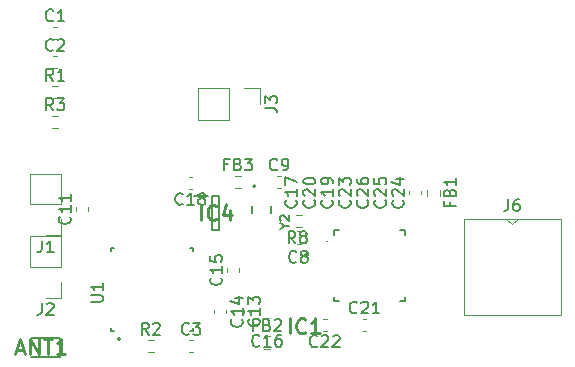
<source format=gbr>
%TF.GenerationSoftware,KiCad,Pcbnew,8.0.6-8.0.6-0~ubuntu24.04.1*%
%TF.CreationDate,2024-10-27T12:08:22+01:00*%
%TF.ProjectId,LoRa,4c6f5261-2e6b-4696-9361-645f70636258,rev?*%
%TF.SameCoordinates,Original*%
%TF.FileFunction,Legend,Top*%
%TF.FilePolarity,Positive*%
%FSLAX46Y46*%
G04 Gerber Fmt 4.6, Leading zero omitted, Abs format (unit mm)*
G04 Created by KiCad (PCBNEW 8.0.6-8.0.6-0~ubuntu24.04.1) date 2024-10-27 12:08:22*
%MOMM*%
%LPD*%
G01*
G04 APERTURE LIST*
%ADD10C,0.150000*%
%ADD11C,0.254000*%
%ADD12C,0.120000*%
%ADD13C,0.200000*%
%ADD14C,0.127000*%
%ADD15C,0.100000*%
%ADD16C,0.250000*%
G04 APERTURE END LIST*
D10*
X115289580Y-82230357D02*
X115337200Y-82277976D01*
X115337200Y-82277976D02*
X115384819Y-82420833D01*
X115384819Y-82420833D02*
X115384819Y-82516071D01*
X115384819Y-82516071D02*
X115337200Y-82658928D01*
X115337200Y-82658928D02*
X115241961Y-82754166D01*
X115241961Y-82754166D02*
X115146723Y-82801785D01*
X115146723Y-82801785D02*
X114956247Y-82849404D01*
X114956247Y-82849404D02*
X114813390Y-82849404D01*
X114813390Y-82849404D02*
X114622914Y-82801785D01*
X114622914Y-82801785D02*
X114527676Y-82754166D01*
X114527676Y-82754166D02*
X114432438Y-82658928D01*
X114432438Y-82658928D02*
X114384819Y-82516071D01*
X114384819Y-82516071D02*
X114384819Y-82420833D01*
X114384819Y-82420833D02*
X114432438Y-82277976D01*
X114432438Y-82277976D02*
X114480057Y-82230357D01*
X115384819Y-81277976D02*
X115384819Y-81849404D01*
X115384819Y-81563690D02*
X114384819Y-81563690D01*
X114384819Y-81563690D02*
X114527676Y-81658928D01*
X114527676Y-81658928D02*
X114622914Y-81754166D01*
X114622914Y-81754166D02*
X114670533Y-81849404D01*
X114718152Y-80420833D02*
X115384819Y-80420833D01*
X114337200Y-80658928D02*
X115051485Y-80897023D01*
X115051485Y-80897023D02*
X115051485Y-80277976D01*
X99333333Y-64524819D02*
X99000000Y-64048628D01*
X98761905Y-64524819D02*
X98761905Y-63524819D01*
X98761905Y-63524819D02*
X99142857Y-63524819D01*
X99142857Y-63524819D02*
X99238095Y-63572438D01*
X99238095Y-63572438D02*
X99285714Y-63620057D01*
X99285714Y-63620057D02*
X99333333Y-63715295D01*
X99333333Y-63715295D02*
X99333333Y-63858152D01*
X99333333Y-63858152D02*
X99285714Y-63953390D01*
X99285714Y-63953390D02*
X99238095Y-64001009D01*
X99238095Y-64001009D02*
X99142857Y-64048628D01*
X99142857Y-64048628D02*
X98761905Y-64048628D01*
X99666667Y-63524819D02*
X100285714Y-63524819D01*
X100285714Y-63524819D02*
X99952381Y-63905771D01*
X99952381Y-63905771D02*
X100095238Y-63905771D01*
X100095238Y-63905771D02*
X100190476Y-63953390D01*
X100190476Y-63953390D02*
X100238095Y-64001009D01*
X100238095Y-64001009D02*
X100285714Y-64096247D01*
X100285714Y-64096247D02*
X100285714Y-64334342D01*
X100285714Y-64334342D02*
X100238095Y-64429580D01*
X100238095Y-64429580D02*
X100190476Y-64477200D01*
X100190476Y-64477200D02*
X100095238Y-64524819D01*
X100095238Y-64524819D02*
X99809524Y-64524819D01*
X99809524Y-64524819D02*
X99714286Y-64477200D01*
X99714286Y-64477200D02*
X99666667Y-64429580D01*
X99333333Y-56899580D02*
X99285714Y-56947200D01*
X99285714Y-56947200D02*
X99142857Y-56994819D01*
X99142857Y-56994819D02*
X99047619Y-56994819D01*
X99047619Y-56994819D02*
X98904762Y-56947200D01*
X98904762Y-56947200D02*
X98809524Y-56851961D01*
X98809524Y-56851961D02*
X98761905Y-56756723D01*
X98761905Y-56756723D02*
X98714286Y-56566247D01*
X98714286Y-56566247D02*
X98714286Y-56423390D01*
X98714286Y-56423390D02*
X98761905Y-56232914D01*
X98761905Y-56232914D02*
X98809524Y-56137676D01*
X98809524Y-56137676D02*
X98904762Y-56042438D01*
X98904762Y-56042438D02*
X99047619Y-55994819D01*
X99047619Y-55994819D02*
X99142857Y-55994819D01*
X99142857Y-55994819D02*
X99285714Y-56042438D01*
X99285714Y-56042438D02*
X99333333Y-56090057D01*
X100285714Y-56994819D02*
X99714286Y-56994819D01*
X100000000Y-56994819D02*
X100000000Y-55994819D01*
X100000000Y-55994819D02*
X99904762Y-56137676D01*
X99904762Y-56137676D02*
X99809524Y-56232914D01*
X99809524Y-56232914D02*
X99714286Y-56280533D01*
X116604166Y-82701009D02*
X116270833Y-82701009D01*
X116270833Y-83224819D02*
X116270833Y-82224819D01*
X116270833Y-82224819D02*
X116747023Y-82224819D01*
X117461309Y-82701009D02*
X117604166Y-82748628D01*
X117604166Y-82748628D02*
X117651785Y-82796247D01*
X117651785Y-82796247D02*
X117699404Y-82891485D01*
X117699404Y-82891485D02*
X117699404Y-83034342D01*
X117699404Y-83034342D02*
X117651785Y-83129580D01*
X117651785Y-83129580D02*
X117604166Y-83177200D01*
X117604166Y-83177200D02*
X117508928Y-83224819D01*
X117508928Y-83224819D02*
X117127976Y-83224819D01*
X117127976Y-83224819D02*
X117127976Y-82224819D01*
X117127976Y-82224819D02*
X117461309Y-82224819D01*
X117461309Y-82224819D02*
X117556547Y-82272438D01*
X117556547Y-82272438D02*
X117604166Y-82320057D01*
X117604166Y-82320057D02*
X117651785Y-82415295D01*
X117651785Y-82415295D02*
X117651785Y-82510533D01*
X117651785Y-82510533D02*
X117604166Y-82605771D01*
X117604166Y-82605771D02*
X117556547Y-82653390D01*
X117556547Y-82653390D02*
X117461309Y-82701009D01*
X117461309Y-82701009D02*
X117127976Y-82701009D01*
X118080357Y-82320057D02*
X118127976Y-82272438D01*
X118127976Y-82272438D02*
X118223214Y-82224819D01*
X118223214Y-82224819D02*
X118461309Y-82224819D01*
X118461309Y-82224819D02*
X118556547Y-82272438D01*
X118556547Y-82272438D02*
X118604166Y-82320057D01*
X118604166Y-82320057D02*
X118651785Y-82415295D01*
X118651785Y-82415295D02*
X118651785Y-82510533D01*
X118651785Y-82510533D02*
X118604166Y-82653390D01*
X118604166Y-82653390D02*
X118032738Y-83224819D01*
X118032738Y-83224819D02*
X118651785Y-83224819D01*
X121694642Y-84489580D02*
X121647023Y-84537200D01*
X121647023Y-84537200D02*
X121504166Y-84584819D01*
X121504166Y-84584819D02*
X121408928Y-84584819D01*
X121408928Y-84584819D02*
X121266071Y-84537200D01*
X121266071Y-84537200D02*
X121170833Y-84441961D01*
X121170833Y-84441961D02*
X121123214Y-84346723D01*
X121123214Y-84346723D02*
X121075595Y-84156247D01*
X121075595Y-84156247D02*
X121075595Y-84013390D01*
X121075595Y-84013390D02*
X121123214Y-83822914D01*
X121123214Y-83822914D02*
X121170833Y-83727676D01*
X121170833Y-83727676D02*
X121266071Y-83632438D01*
X121266071Y-83632438D02*
X121408928Y-83584819D01*
X121408928Y-83584819D02*
X121504166Y-83584819D01*
X121504166Y-83584819D02*
X121647023Y-83632438D01*
X121647023Y-83632438D02*
X121694642Y-83680057D01*
X122075595Y-83680057D02*
X122123214Y-83632438D01*
X122123214Y-83632438D02*
X122218452Y-83584819D01*
X122218452Y-83584819D02*
X122456547Y-83584819D01*
X122456547Y-83584819D02*
X122551785Y-83632438D01*
X122551785Y-83632438D02*
X122599404Y-83680057D01*
X122599404Y-83680057D02*
X122647023Y-83775295D01*
X122647023Y-83775295D02*
X122647023Y-83870533D01*
X122647023Y-83870533D02*
X122599404Y-84013390D01*
X122599404Y-84013390D02*
X122027976Y-84584819D01*
X122027976Y-84584819D02*
X122647023Y-84584819D01*
X123027976Y-83680057D02*
X123075595Y-83632438D01*
X123075595Y-83632438D02*
X123170833Y-83584819D01*
X123170833Y-83584819D02*
X123408928Y-83584819D01*
X123408928Y-83584819D02*
X123504166Y-83632438D01*
X123504166Y-83632438D02*
X123551785Y-83680057D01*
X123551785Y-83680057D02*
X123599404Y-83775295D01*
X123599404Y-83775295D02*
X123599404Y-83870533D01*
X123599404Y-83870533D02*
X123551785Y-84013390D01*
X123551785Y-84013390D02*
X122980357Y-84584819D01*
X122980357Y-84584819D02*
X123599404Y-84584819D01*
X113529580Y-78692857D02*
X113577200Y-78740476D01*
X113577200Y-78740476D02*
X113624819Y-78883333D01*
X113624819Y-78883333D02*
X113624819Y-78978571D01*
X113624819Y-78978571D02*
X113577200Y-79121428D01*
X113577200Y-79121428D02*
X113481961Y-79216666D01*
X113481961Y-79216666D02*
X113386723Y-79264285D01*
X113386723Y-79264285D02*
X113196247Y-79311904D01*
X113196247Y-79311904D02*
X113053390Y-79311904D01*
X113053390Y-79311904D02*
X112862914Y-79264285D01*
X112862914Y-79264285D02*
X112767676Y-79216666D01*
X112767676Y-79216666D02*
X112672438Y-79121428D01*
X112672438Y-79121428D02*
X112624819Y-78978571D01*
X112624819Y-78978571D02*
X112624819Y-78883333D01*
X112624819Y-78883333D02*
X112672438Y-78740476D01*
X112672438Y-78740476D02*
X112720057Y-78692857D01*
X113624819Y-77740476D02*
X113624819Y-78311904D01*
X113624819Y-78026190D02*
X112624819Y-78026190D01*
X112624819Y-78026190D02*
X112767676Y-78121428D01*
X112767676Y-78121428D02*
X112862914Y-78216666D01*
X112862914Y-78216666D02*
X112910533Y-78311904D01*
X112624819Y-76835714D02*
X112624819Y-77311904D01*
X112624819Y-77311904D02*
X113101009Y-77359523D01*
X113101009Y-77359523D02*
X113053390Y-77311904D01*
X113053390Y-77311904D02*
X113005771Y-77216666D01*
X113005771Y-77216666D02*
X113005771Y-76978571D01*
X113005771Y-76978571D02*
X113053390Y-76883333D01*
X113053390Y-76883333D02*
X113101009Y-76835714D01*
X113101009Y-76835714D02*
X113196247Y-76788095D01*
X113196247Y-76788095D02*
X113434342Y-76788095D01*
X113434342Y-76788095D02*
X113529580Y-76835714D01*
X113529580Y-76835714D02*
X113577200Y-76883333D01*
X113577200Y-76883333D02*
X113624819Y-76978571D01*
X113624819Y-76978571D02*
X113624819Y-77216666D01*
X113624819Y-77216666D02*
X113577200Y-77311904D01*
X113577200Y-77311904D02*
X113529580Y-77359523D01*
X116739580Y-82205357D02*
X116787200Y-82252976D01*
X116787200Y-82252976D02*
X116834819Y-82395833D01*
X116834819Y-82395833D02*
X116834819Y-82491071D01*
X116834819Y-82491071D02*
X116787200Y-82633928D01*
X116787200Y-82633928D02*
X116691961Y-82729166D01*
X116691961Y-82729166D02*
X116596723Y-82776785D01*
X116596723Y-82776785D02*
X116406247Y-82824404D01*
X116406247Y-82824404D02*
X116263390Y-82824404D01*
X116263390Y-82824404D02*
X116072914Y-82776785D01*
X116072914Y-82776785D02*
X115977676Y-82729166D01*
X115977676Y-82729166D02*
X115882438Y-82633928D01*
X115882438Y-82633928D02*
X115834819Y-82491071D01*
X115834819Y-82491071D02*
X115834819Y-82395833D01*
X115834819Y-82395833D02*
X115882438Y-82252976D01*
X115882438Y-82252976D02*
X115930057Y-82205357D01*
X116834819Y-81252976D02*
X116834819Y-81824404D01*
X116834819Y-81538690D02*
X115834819Y-81538690D01*
X115834819Y-81538690D02*
X115977676Y-81633928D01*
X115977676Y-81633928D02*
X116072914Y-81729166D01*
X116072914Y-81729166D02*
X116120533Y-81824404D01*
X115834819Y-80919642D02*
X115834819Y-80300595D01*
X115834819Y-80300595D02*
X116215771Y-80633928D01*
X116215771Y-80633928D02*
X116215771Y-80491071D01*
X116215771Y-80491071D02*
X116263390Y-80395833D01*
X116263390Y-80395833D02*
X116311009Y-80348214D01*
X116311009Y-80348214D02*
X116406247Y-80300595D01*
X116406247Y-80300595D02*
X116644342Y-80300595D01*
X116644342Y-80300595D02*
X116739580Y-80348214D01*
X116739580Y-80348214D02*
X116787200Y-80395833D01*
X116787200Y-80395833D02*
X116834819Y-80491071D01*
X116834819Y-80491071D02*
X116834819Y-80776785D01*
X116834819Y-80776785D02*
X116787200Y-80872023D01*
X116787200Y-80872023D02*
X116739580Y-80919642D01*
X118308333Y-69529580D02*
X118260714Y-69577200D01*
X118260714Y-69577200D02*
X118117857Y-69624819D01*
X118117857Y-69624819D02*
X118022619Y-69624819D01*
X118022619Y-69624819D02*
X117879762Y-69577200D01*
X117879762Y-69577200D02*
X117784524Y-69481961D01*
X117784524Y-69481961D02*
X117736905Y-69386723D01*
X117736905Y-69386723D02*
X117689286Y-69196247D01*
X117689286Y-69196247D02*
X117689286Y-69053390D01*
X117689286Y-69053390D02*
X117736905Y-68862914D01*
X117736905Y-68862914D02*
X117784524Y-68767676D01*
X117784524Y-68767676D02*
X117879762Y-68672438D01*
X117879762Y-68672438D02*
X118022619Y-68624819D01*
X118022619Y-68624819D02*
X118117857Y-68624819D01*
X118117857Y-68624819D02*
X118260714Y-68672438D01*
X118260714Y-68672438D02*
X118308333Y-68720057D01*
X118784524Y-69624819D02*
X118975000Y-69624819D01*
X118975000Y-69624819D02*
X119070238Y-69577200D01*
X119070238Y-69577200D02*
X119117857Y-69529580D01*
X119117857Y-69529580D02*
X119213095Y-69386723D01*
X119213095Y-69386723D02*
X119260714Y-69196247D01*
X119260714Y-69196247D02*
X119260714Y-68815295D01*
X119260714Y-68815295D02*
X119213095Y-68720057D01*
X119213095Y-68720057D02*
X119165476Y-68672438D01*
X119165476Y-68672438D02*
X119070238Y-68624819D01*
X119070238Y-68624819D02*
X118879762Y-68624819D01*
X118879762Y-68624819D02*
X118784524Y-68672438D01*
X118784524Y-68672438D02*
X118736905Y-68720057D01*
X118736905Y-68720057D02*
X118689286Y-68815295D01*
X118689286Y-68815295D02*
X118689286Y-69053390D01*
X118689286Y-69053390D02*
X118736905Y-69148628D01*
X118736905Y-69148628D02*
X118784524Y-69196247D01*
X118784524Y-69196247D02*
X118879762Y-69243866D01*
X118879762Y-69243866D02*
X119070238Y-69243866D01*
X119070238Y-69243866D02*
X119165476Y-69196247D01*
X119165476Y-69196247D02*
X119213095Y-69148628D01*
X119213095Y-69148628D02*
X119260714Y-69053390D01*
X98366666Y-75559819D02*
X98366666Y-76274104D01*
X98366666Y-76274104D02*
X98319047Y-76416961D01*
X98319047Y-76416961D02*
X98223809Y-76512200D01*
X98223809Y-76512200D02*
X98080952Y-76559819D01*
X98080952Y-76559819D02*
X97985714Y-76559819D01*
X99366666Y-76559819D02*
X98795238Y-76559819D01*
X99080952Y-76559819D02*
X99080952Y-75559819D01*
X99080952Y-75559819D02*
X98985714Y-75702676D01*
X98985714Y-75702676D02*
X98890476Y-75797914D01*
X98890476Y-75797914D02*
X98795238Y-75845533D01*
X100729580Y-73542857D02*
X100777200Y-73590476D01*
X100777200Y-73590476D02*
X100824819Y-73733333D01*
X100824819Y-73733333D02*
X100824819Y-73828571D01*
X100824819Y-73828571D02*
X100777200Y-73971428D01*
X100777200Y-73971428D02*
X100681961Y-74066666D01*
X100681961Y-74066666D02*
X100586723Y-74114285D01*
X100586723Y-74114285D02*
X100396247Y-74161904D01*
X100396247Y-74161904D02*
X100253390Y-74161904D01*
X100253390Y-74161904D02*
X100062914Y-74114285D01*
X100062914Y-74114285D02*
X99967676Y-74066666D01*
X99967676Y-74066666D02*
X99872438Y-73971428D01*
X99872438Y-73971428D02*
X99824819Y-73828571D01*
X99824819Y-73828571D02*
X99824819Y-73733333D01*
X99824819Y-73733333D02*
X99872438Y-73590476D01*
X99872438Y-73590476D02*
X99920057Y-73542857D01*
X100824819Y-72590476D02*
X100824819Y-73161904D01*
X100824819Y-72876190D02*
X99824819Y-72876190D01*
X99824819Y-72876190D02*
X99967676Y-72971428D01*
X99967676Y-72971428D02*
X100062914Y-73066666D01*
X100062914Y-73066666D02*
X100110533Y-73161904D01*
X100824819Y-71638095D02*
X100824819Y-72209523D01*
X100824819Y-71923809D02*
X99824819Y-71923809D01*
X99824819Y-71923809D02*
X99967676Y-72019047D01*
X99967676Y-72019047D02*
X100062914Y-72114285D01*
X100062914Y-72114285D02*
X100110533Y-72209523D01*
X119845833Y-75784819D02*
X119512500Y-75308628D01*
X119274405Y-75784819D02*
X119274405Y-74784819D01*
X119274405Y-74784819D02*
X119655357Y-74784819D01*
X119655357Y-74784819D02*
X119750595Y-74832438D01*
X119750595Y-74832438D02*
X119798214Y-74880057D01*
X119798214Y-74880057D02*
X119845833Y-74975295D01*
X119845833Y-74975295D02*
X119845833Y-75118152D01*
X119845833Y-75118152D02*
X119798214Y-75213390D01*
X119798214Y-75213390D02*
X119750595Y-75261009D01*
X119750595Y-75261009D02*
X119655357Y-75308628D01*
X119655357Y-75308628D02*
X119274405Y-75308628D01*
X120417262Y-75213390D02*
X120322024Y-75165771D01*
X120322024Y-75165771D02*
X120274405Y-75118152D01*
X120274405Y-75118152D02*
X120226786Y-75022914D01*
X120226786Y-75022914D02*
X120226786Y-74975295D01*
X120226786Y-74975295D02*
X120274405Y-74880057D01*
X120274405Y-74880057D02*
X120322024Y-74832438D01*
X120322024Y-74832438D02*
X120417262Y-74784819D01*
X120417262Y-74784819D02*
X120607738Y-74784819D01*
X120607738Y-74784819D02*
X120702976Y-74832438D01*
X120702976Y-74832438D02*
X120750595Y-74880057D01*
X120750595Y-74880057D02*
X120798214Y-74975295D01*
X120798214Y-74975295D02*
X120798214Y-75022914D01*
X120798214Y-75022914D02*
X120750595Y-75118152D01*
X120750595Y-75118152D02*
X120702976Y-75165771D01*
X120702976Y-75165771D02*
X120607738Y-75213390D01*
X120607738Y-75213390D02*
X120417262Y-75213390D01*
X120417262Y-75213390D02*
X120322024Y-75261009D01*
X120322024Y-75261009D02*
X120274405Y-75308628D01*
X120274405Y-75308628D02*
X120226786Y-75403866D01*
X120226786Y-75403866D02*
X120226786Y-75594342D01*
X120226786Y-75594342D02*
X120274405Y-75689580D01*
X120274405Y-75689580D02*
X120322024Y-75737200D01*
X120322024Y-75737200D02*
X120417262Y-75784819D01*
X120417262Y-75784819D02*
X120607738Y-75784819D01*
X120607738Y-75784819D02*
X120702976Y-75737200D01*
X120702976Y-75737200D02*
X120750595Y-75689580D01*
X120750595Y-75689580D02*
X120798214Y-75594342D01*
X120798214Y-75594342D02*
X120798214Y-75403866D01*
X120798214Y-75403866D02*
X120750595Y-75308628D01*
X120750595Y-75308628D02*
X120702976Y-75261009D01*
X120702976Y-75261009D02*
X120607738Y-75213390D01*
D11*
X111860237Y-73824318D02*
X111860237Y-72554318D01*
X113190714Y-73703365D02*
X113130238Y-73763842D01*
X113130238Y-73763842D02*
X112948809Y-73824318D01*
X112948809Y-73824318D02*
X112827857Y-73824318D01*
X112827857Y-73824318D02*
X112646428Y-73763842D01*
X112646428Y-73763842D02*
X112525476Y-73642889D01*
X112525476Y-73642889D02*
X112464999Y-73521937D01*
X112464999Y-73521937D02*
X112404523Y-73280032D01*
X112404523Y-73280032D02*
X112404523Y-73098603D01*
X112404523Y-73098603D02*
X112464999Y-72856699D01*
X112464999Y-72856699D02*
X112525476Y-72735746D01*
X112525476Y-72735746D02*
X112646428Y-72614794D01*
X112646428Y-72614794D02*
X112827857Y-72554318D01*
X112827857Y-72554318D02*
X112948809Y-72554318D01*
X112948809Y-72554318D02*
X113130238Y-72614794D01*
X113130238Y-72614794D02*
X113190714Y-72675270D01*
X114279285Y-72977651D02*
X114279285Y-73824318D01*
X113976904Y-72493842D02*
X113674523Y-73400984D01*
X113674523Y-73400984D02*
X114460714Y-73400984D01*
D10*
X117284819Y-64333333D02*
X117999104Y-64333333D01*
X117999104Y-64333333D02*
X118141961Y-64380952D01*
X118141961Y-64380952D02*
X118237200Y-64476190D01*
X118237200Y-64476190D02*
X118284819Y-64619047D01*
X118284819Y-64619047D02*
X118284819Y-64714285D01*
X117284819Y-63952380D02*
X117284819Y-63333333D01*
X117284819Y-63333333D02*
X117665771Y-63666666D01*
X117665771Y-63666666D02*
X117665771Y-63523809D01*
X117665771Y-63523809D02*
X117713390Y-63428571D01*
X117713390Y-63428571D02*
X117761009Y-63380952D01*
X117761009Y-63380952D02*
X117856247Y-63333333D01*
X117856247Y-63333333D02*
X118094342Y-63333333D01*
X118094342Y-63333333D02*
X118189580Y-63380952D01*
X118189580Y-63380952D02*
X118237200Y-63428571D01*
X118237200Y-63428571D02*
X118284819Y-63523809D01*
X118284819Y-63523809D02*
X118284819Y-63809523D01*
X118284819Y-63809523D02*
X118237200Y-63904761D01*
X118237200Y-63904761D02*
X118189580Y-63952380D01*
X125929580Y-72142857D02*
X125977200Y-72190476D01*
X125977200Y-72190476D02*
X126024819Y-72333333D01*
X126024819Y-72333333D02*
X126024819Y-72428571D01*
X126024819Y-72428571D02*
X125977200Y-72571428D01*
X125977200Y-72571428D02*
X125881961Y-72666666D01*
X125881961Y-72666666D02*
X125786723Y-72714285D01*
X125786723Y-72714285D02*
X125596247Y-72761904D01*
X125596247Y-72761904D02*
X125453390Y-72761904D01*
X125453390Y-72761904D02*
X125262914Y-72714285D01*
X125262914Y-72714285D02*
X125167676Y-72666666D01*
X125167676Y-72666666D02*
X125072438Y-72571428D01*
X125072438Y-72571428D02*
X125024819Y-72428571D01*
X125024819Y-72428571D02*
X125024819Y-72333333D01*
X125024819Y-72333333D02*
X125072438Y-72190476D01*
X125072438Y-72190476D02*
X125120057Y-72142857D01*
X125120057Y-71761904D02*
X125072438Y-71714285D01*
X125072438Y-71714285D02*
X125024819Y-71619047D01*
X125024819Y-71619047D02*
X125024819Y-71380952D01*
X125024819Y-71380952D02*
X125072438Y-71285714D01*
X125072438Y-71285714D02*
X125120057Y-71238095D01*
X125120057Y-71238095D02*
X125215295Y-71190476D01*
X125215295Y-71190476D02*
X125310533Y-71190476D01*
X125310533Y-71190476D02*
X125453390Y-71238095D01*
X125453390Y-71238095D02*
X126024819Y-71809523D01*
X126024819Y-71809523D02*
X126024819Y-71190476D01*
X125024819Y-70333333D02*
X125024819Y-70523809D01*
X125024819Y-70523809D02*
X125072438Y-70619047D01*
X125072438Y-70619047D02*
X125120057Y-70666666D01*
X125120057Y-70666666D02*
X125262914Y-70761904D01*
X125262914Y-70761904D02*
X125453390Y-70809523D01*
X125453390Y-70809523D02*
X125834342Y-70809523D01*
X125834342Y-70809523D02*
X125929580Y-70761904D01*
X125929580Y-70761904D02*
X125977200Y-70714285D01*
X125977200Y-70714285D02*
X126024819Y-70619047D01*
X126024819Y-70619047D02*
X126024819Y-70428571D01*
X126024819Y-70428571D02*
X125977200Y-70333333D01*
X125977200Y-70333333D02*
X125929580Y-70285714D01*
X125929580Y-70285714D02*
X125834342Y-70238095D01*
X125834342Y-70238095D02*
X125596247Y-70238095D01*
X125596247Y-70238095D02*
X125501009Y-70285714D01*
X125501009Y-70285714D02*
X125453390Y-70333333D01*
X125453390Y-70333333D02*
X125405771Y-70428571D01*
X125405771Y-70428571D02*
X125405771Y-70619047D01*
X125405771Y-70619047D02*
X125453390Y-70714285D01*
X125453390Y-70714285D02*
X125501009Y-70761904D01*
X125501009Y-70761904D02*
X125596247Y-70809523D01*
D11*
X96243809Y-84811461D02*
X96848571Y-84811461D01*
X96122857Y-85174318D02*
X96546190Y-83904318D01*
X96546190Y-83904318D02*
X96969524Y-85174318D01*
X97392856Y-85174318D02*
X97392856Y-83904318D01*
X97392856Y-83904318D02*
X98118571Y-85174318D01*
X98118571Y-85174318D02*
X98118571Y-83904318D01*
X98541904Y-83904318D02*
X99267618Y-83904318D01*
X98904761Y-85174318D02*
X98904761Y-83904318D01*
X100356190Y-85174318D02*
X99630475Y-85174318D01*
X99993332Y-85174318D02*
X99993332Y-83904318D01*
X99993332Y-83904318D02*
X99872380Y-84085746D01*
X99872380Y-84085746D02*
X99751428Y-84206699D01*
X99751428Y-84206699D02*
X99630475Y-84267175D01*
D10*
X118956514Y-74349953D02*
X119331467Y-74349953D01*
X118544065Y-74612420D02*
X118956514Y-74349953D01*
X118956514Y-74349953D02*
X118544065Y-74087485D01*
X118619056Y-73862513D02*
X118581560Y-73825018D01*
X118581560Y-73825018D02*
X118544065Y-73750027D01*
X118544065Y-73750027D02*
X118544065Y-73562551D01*
X118544065Y-73562551D02*
X118581560Y-73487560D01*
X118581560Y-73487560D02*
X118619056Y-73450065D01*
X118619056Y-73450065D02*
X118694046Y-73412569D01*
X118694046Y-73412569D02*
X118769037Y-73412569D01*
X118769037Y-73412569D02*
X118881523Y-73450065D01*
X118881523Y-73450065D02*
X119331467Y-73900009D01*
X119331467Y-73900009D02*
X119331467Y-73412569D01*
X114141666Y-69101009D02*
X113808333Y-69101009D01*
X113808333Y-69624819D02*
X113808333Y-68624819D01*
X113808333Y-68624819D02*
X114284523Y-68624819D01*
X114998809Y-69101009D02*
X115141666Y-69148628D01*
X115141666Y-69148628D02*
X115189285Y-69196247D01*
X115189285Y-69196247D02*
X115236904Y-69291485D01*
X115236904Y-69291485D02*
X115236904Y-69434342D01*
X115236904Y-69434342D02*
X115189285Y-69529580D01*
X115189285Y-69529580D02*
X115141666Y-69577200D01*
X115141666Y-69577200D02*
X115046428Y-69624819D01*
X115046428Y-69624819D02*
X114665476Y-69624819D01*
X114665476Y-69624819D02*
X114665476Y-68624819D01*
X114665476Y-68624819D02*
X114998809Y-68624819D01*
X114998809Y-68624819D02*
X115094047Y-68672438D01*
X115094047Y-68672438D02*
X115141666Y-68720057D01*
X115141666Y-68720057D02*
X115189285Y-68815295D01*
X115189285Y-68815295D02*
X115189285Y-68910533D01*
X115189285Y-68910533D02*
X115141666Y-69005771D01*
X115141666Y-69005771D02*
X115094047Y-69053390D01*
X115094047Y-69053390D02*
X114998809Y-69101009D01*
X114998809Y-69101009D02*
X114665476Y-69101009D01*
X115570238Y-68624819D02*
X116189285Y-68624819D01*
X116189285Y-68624819D02*
X115855952Y-69005771D01*
X115855952Y-69005771D02*
X115998809Y-69005771D01*
X115998809Y-69005771D02*
X116094047Y-69053390D01*
X116094047Y-69053390D02*
X116141666Y-69101009D01*
X116141666Y-69101009D02*
X116189285Y-69196247D01*
X116189285Y-69196247D02*
X116189285Y-69434342D01*
X116189285Y-69434342D02*
X116141666Y-69529580D01*
X116141666Y-69529580D02*
X116094047Y-69577200D01*
X116094047Y-69577200D02*
X115998809Y-69624819D01*
X115998809Y-69624819D02*
X115713095Y-69624819D01*
X115713095Y-69624819D02*
X115617857Y-69577200D01*
X115617857Y-69577200D02*
X115570238Y-69529580D01*
X98366666Y-80859819D02*
X98366666Y-81574104D01*
X98366666Y-81574104D02*
X98319047Y-81716961D01*
X98319047Y-81716961D02*
X98223809Y-81812200D01*
X98223809Y-81812200D02*
X98080952Y-81859819D01*
X98080952Y-81859819D02*
X97985714Y-81859819D01*
X98795238Y-80955057D02*
X98842857Y-80907438D01*
X98842857Y-80907438D02*
X98938095Y-80859819D01*
X98938095Y-80859819D02*
X99176190Y-80859819D01*
X99176190Y-80859819D02*
X99271428Y-80907438D01*
X99271428Y-80907438D02*
X99319047Y-80955057D01*
X99319047Y-80955057D02*
X99366666Y-81050295D01*
X99366666Y-81050295D02*
X99366666Y-81145533D01*
X99366666Y-81145533D02*
X99319047Y-81288390D01*
X99319047Y-81288390D02*
X98747619Y-81859819D01*
X98747619Y-81859819D02*
X99366666Y-81859819D01*
X110307142Y-72439580D02*
X110259523Y-72487200D01*
X110259523Y-72487200D02*
X110116666Y-72534819D01*
X110116666Y-72534819D02*
X110021428Y-72534819D01*
X110021428Y-72534819D02*
X109878571Y-72487200D01*
X109878571Y-72487200D02*
X109783333Y-72391961D01*
X109783333Y-72391961D02*
X109735714Y-72296723D01*
X109735714Y-72296723D02*
X109688095Y-72106247D01*
X109688095Y-72106247D02*
X109688095Y-71963390D01*
X109688095Y-71963390D02*
X109735714Y-71772914D01*
X109735714Y-71772914D02*
X109783333Y-71677676D01*
X109783333Y-71677676D02*
X109878571Y-71582438D01*
X109878571Y-71582438D02*
X110021428Y-71534819D01*
X110021428Y-71534819D02*
X110116666Y-71534819D01*
X110116666Y-71534819D02*
X110259523Y-71582438D01*
X110259523Y-71582438D02*
X110307142Y-71630057D01*
X111259523Y-72534819D02*
X110688095Y-72534819D01*
X110973809Y-72534819D02*
X110973809Y-71534819D01*
X110973809Y-71534819D02*
X110878571Y-71677676D01*
X110878571Y-71677676D02*
X110783333Y-71772914D01*
X110783333Y-71772914D02*
X110688095Y-71820533D01*
X111830952Y-71963390D02*
X111735714Y-71915771D01*
X111735714Y-71915771D02*
X111688095Y-71868152D01*
X111688095Y-71868152D02*
X111640476Y-71772914D01*
X111640476Y-71772914D02*
X111640476Y-71725295D01*
X111640476Y-71725295D02*
X111688095Y-71630057D01*
X111688095Y-71630057D02*
X111735714Y-71582438D01*
X111735714Y-71582438D02*
X111830952Y-71534819D01*
X111830952Y-71534819D02*
X112021428Y-71534819D01*
X112021428Y-71534819D02*
X112116666Y-71582438D01*
X112116666Y-71582438D02*
X112164285Y-71630057D01*
X112164285Y-71630057D02*
X112211904Y-71725295D01*
X112211904Y-71725295D02*
X112211904Y-71772914D01*
X112211904Y-71772914D02*
X112164285Y-71868152D01*
X112164285Y-71868152D02*
X112116666Y-71915771D01*
X112116666Y-71915771D02*
X112021428Y-71963390D01*
X112021428Y-71963390D02*
X111830952Y-71963390D01*
X111830952Y-71963390D02*
X111735714Y-72011009D01*
X111735714Y-72011009D02*
X111688095Y-72058628D01*
X111688095Y-72058628D02*
X111640476Y-72153866D01*
X111640476Y-72153866D02*
X111640476Y-72344342D01*
X111640476Y-72344342D02*
X111688095Y-72439580D01*
X111688095Y-72439580D02*
X111735714Y-72487200D01*
X111735714Y-72487200D02*
X111830952Y-72534819D01*
X111830952Y-72534819D02*
X112021428Y-72534819D01*
X112021428Y-72534819D02*
X112116666Y-72487200D01*
X112116666Y-72487200D02*
X112164285Y-72439580D01*
X112164285Y-72439580D02*
X112211904Y-72344342D01*
X112211904Y-72344342D02*
X112211904Y-72153866D01*
X112211904Y-72153866D02*
X112164285Y-72058628D01*
X112164285Y-72058628D02*
X112116666Y-72011009D01*
X112116666Y-72011009D02*
X112021428Y-71963390D01*
X125057142Y-81629580D02*
X125009523Y-81677200D01*
X125009523Y-81677200D02*
X124866666Y-81724819D01*
X124866666Y-81724819D02*
X124771428Y-81724819D01*
X124771428Y-81724819D02*
X124628571Y-81677200D01*
X124628571Y-81677200D02*
X124533333Y-81581961D01*
X124533333Y-81581961D02*
X124485714Y-81486723D01*
X124485714Y-81486723D02*
X124438095Y-81296247D01*
X124438095Y-81296247D02*
X124438095Y-81153390D01*
X124438095Y-81153390D02*
X124485714Y-80962914D01*
X124485714Y-80962914D02*
X124533333Y-80867676D01*
X124533333Y-80867676D02*
X124628571Y-80772438D01*
X124628571Y-80772438D02*
X124771428Y-80724819D01*
X124771428Y-80724819D02*
X124866666Y-80724819D01*
X124866666Y-80724819D02*
X125009523Y-80772438D01*
X125009523Y-80772438D02*
X125057142Y-80820057D01*
X125438095Y-80820057D02*
X125485714Y-80772438D01*
X125485714Y-80772438D02*
X125580952Y-80724819D01*
X125580952Y-80724819D02*
X125819047Y-80724819D01*
X125819047Y-80724819D02*
X125914285Y-80772438D01*
X125914285Y-80772438D02*
X125961904Y-80820057D01*
X125961904Y-80820057D02*
X126009523Y-80915295D01*
X126009523Y-80915295D02*
X126009523Y-81010533D01*
X126009523Y-81010533D02*
X125961904Y-81153390D01*
X125961904Y-81153390D02*
X125390476Y-81724819D01*
X125390476Y-81724819D02*
X126009523Y-81724819D01*
X126961904Y-81724819D02*
X126390476Y-81724819D01*
X126676190Y-81724819D02*
X126676190Y-80724819D01*
X126676190Y-80724819D02*
X126580952Y-80867676D01*
X126580952Y-80867676D02*
X126485714Y-80962914D01*
X126485714Y-80962914D02*
X126390476Y-81010533D01*
X137866666Y-72054819D02*
X137866666Y-72769104D01*
X137866666Y-72769104D02*
X137819047Y-72911961D01*
X137819047Y-72911961D02*
X137723809Y-73007200D01*
X137723809Y-73007200D02*
X137580952Y-73054819D01*
X137580952Y-73054819D02*
X137485714Y-73054819D01*
X138771428Y-72054819D02*
X138580952Y-72054819D01*
X138580952Y-72054819D02*
X138485714Y-72102438D01*
X138485714Y-72102438D02*
X138438095Y-72150057D01*
X138438095Y-72150057D02*
X138342857Y-72292914D01*
X138342857Y-72292914D02*
X138295238Y-72483390D01*
X138295238Y-72483390D02*
X138295238Y-72864342D01*
X138295238Y-72864342D02*
X138342857Y-72959580D01*
X138342857Y-72959580D02*
X138390476Y-73007200D01*
X138390476Y-73007200D02*
X138485714Y-73054819D01*
X138485714Y-73054819D02*
X138676190Y-73054819D01*
X138676190Y-73054819D02*
X138771428Y-73007200D01*
X138771428Y-73007200D02*
X138819047Y-72959580D01*
X138819047Y-72959580D02*
X138866666Y-72864342D01*
X138866666Y-72864342D02*
X138866666Y-72626247D01*
X138866666Y-72626247D02*
X138819047Y-72531009D01*
X138819047Y-72531009D02*
X138771428Y-72483390D01*
X138771428Y-72483390D02*
X138676190Y-72435771D01*
X138676190Y-72435771D02*
X138485714Y-72435771D01*
X138485714Y-72435771D02*
X138390476Y-72483390D01*
X138390476Y-72483390D02*
X138342857Y-72531009D01*
X138342857Y-72531009D02*
X138295238Y-72626247D01*
X132911009Y-72333333D02*
X132911009Y-72666666D01*
X133434819Y-72666666D02*
X132434819Y-72666666D01*
X132434819Y-72666666D02*
X132434819Y-72190476D01*
X132911009Y-71476190D02*
X132958628Y-71333333D01*
X132958628Y-71333333D02*
X133006247Y-71285714D01*
X133006247Y-71285714D02*
X133101485Y-71238095D01*
X133101485Y-71238095D02*
X133244342Y-71238095D01*
X133244342Y-71238095D02*
X133339580Y-71285714D01*
X133339580Y-71285714D02*
X133387200Y-71333333D01*
X133387200Y-71333333D02*
X133434819Y-71428571D01*
X133434819Y-71428571D02*
X133434819Y-71809523D01*
X133434819Y-71809523D02*
X132434819Y-71809523D01*
X132434819Y-71809523D02*
X132434819Y-71476190D01*
X132434819Y-71476190D02*
X132482438Y-71380952D01*
X132482438Y-71380952D02*
X132530057Y-71333333D01*
X132530057Y-71333333D02*
X132625295Y-71285714D01*
X132625295Y-71285714D02*
X132720533Y-71285714D01*
X132720533Y-71285714D02*
X132815771Y-71333333D01*
X132815771Y-71333333D02*
X132863390Y-71380952D01*
X132863390Y-71380952D02*
X132911009Y-71476190D01*
X132911009Y-71476190D02*
X132911009Y-71809523D01*
X133434819Y-70285714D02*
X133434819Y-70857142D01*
X133434819Y-70571428D02*
X132434819Y-70571428D01*
X132434819Y-70571428D02*
X132577676Y-70666666D01*
X132577676Y-70666666D02*
X132672914Y-70761904D01*
X132672914Y-70761904D02*
X132720533Y-70857142D01*
X99333333Y-59409580D02*
X99285714Y-59457200D01*
X99285714Y-59457200D02*
X99142857Y-59504819D01*
X99142857Y-59504819D02*
X99047619Y-59504819D01*
X99047619Y-59504819D02*
X98904762Y-59457200D01*
X98904762Y-59457200D02*
X98809524Y-59361961D01*
X98809524Y-59361961D02*
X98761905Y-59266723D01*
X98761905Y-59266723D02*
X98714286Y-59076247D01*
X98714286Y-59076247D02*
X98714286Y-58933390D01*
X98714286Y-58933390D02*
X98761905Y-58742914D01*
X98761905Y-58742914D02*
X98809524Y-58647676D01*
X98809524Y-58647676D02*
X98904762Y-58552438D01*
X98904762Y-58552438D02*
X99047619Y-58504819D01*
X99047619Y-58504819D02*
X99142857Y-58504819D01*
X99142857Y-58504819D02*
X99285714Y-58552438D01*
X99285714Y-58552438D02*
X99333333Y-58600057D01*
X99714286Y-58600057D02*
X99761905Y-58552438D01*
X99761905Y-58552438D02*
X99857143Y-58504819D01*
X99857143Y-58504819D02*
X100095238Y-58504819D01*
X100095238Y-58504819D02*
X100190476Y-58552438D01*
X100190476Y-58552438D02*
X100238095Y-58600057D01*
X100238095Y-58600057D02*
X100285714Y-58695295D01*
X100285714Y-58695295D02*
X100285714Y-58790533D01*
X100285714Y-58790533D02*
X100238095Y-58933390D01*
X100238095Y-58933390D02*
X99666667Y-59504819D01*
X99666667Y-59504819D02*
X100285714Y-59504819D01*
X121429580Y-72142857D02*
X121477200Y-72190476D01*
X121477200Y-72190476D02*
X121524819Y-72333333D01*
X121524819Y-72333333D02*
X121524819Y-72428571D01*
X121524819Y-72428571D02*
X121477200Y-72571428D01*
X121477200Y-72571428D02*
X121381961Y-72666666D01*
X121381961Y-72666666D02*
X121286723Y-72714285D01*
X121286723Y-72714285D02*
X121096247Y-72761904D01*
X121096247Y-72761904D02*
X120953390Y-72761904D01*
X120953390Y-72761904D02*
X120762914Y-72714285D01*
X120762914Y-72714285D02*
X120667676Y-72666666D01*
X120667676Y-72666666D02*
X120572438Y-72571428D01*
X120572438Y-72571428D02*
X120524819Y-72428571D01*
X120524819Y-72428571D02*
X120524819Y-72333333D01*
X120524819Y-72333333D02*
X120572438Y-72190476D01*
X120572438Y-72190476D02*
X120620057Y-72142857D01*
X120620057Y-71761904D02*
X120572438Y-71714285D01*
X120572438Y-71714285D02*
X120524819Y-71619047D01*
X120524819Y-71619047D02*
X120524819Y-71380952D01*
X120524819Y-71380952D02*
X120572438Y-71285714D01*
X120572438Y-71285714D02*
X120620057Y-71238095D01*
X120620057Y-71238095D02*
X120715295Y-71190476D01*
X120715295Y-71190476D02*
X120810533Y-71190476D01*
X120810533Y-71190476D02*
X120953390Y-71238095D01*
X120953390Y-71238095D02*
X121524819Y-71809523D01*
X121524819Y-71809523D02*
X121524819Y-71190476D01*
X120524819Y-70571428D02*
X120524819Y-70476190D01*
X120524819Y-70476190D02*
X120572438Y-70380952D01*
X120572438Y-70380952D02*
X120620057Y-70333333D01*
X120620057Y-70333333D02*
X120715295Y-70285714D01*
X120715295Y-70285714D02*
X120905771Y-70238095D01*
X120905771Y-70238095D02*
X121143866Y-70238095D01*
X121143866Y-70238095D02*
X121334342Y-70285714D01*
X121334342Y-70285714D02*
X121429580Y-70333333D01*
X121429580Y-70333333D02*
X121477200Y-70380952D01*
X121477200Y-70380952D02*
X121524819Y-70476190D01*
X121524819Y-70476190D02*
X121524819Y-70571428D01*
X121524819Y-70571428D02*
X121477200Y-70666666D01*
X121477200Y-70666666D02*
X121429580Y-70714285D01*
X121429580Y-70714285D02*
X121334342Y-70761904D01*
X121334342Y-70761904D02*
X121143866Y-70809523D01*
X121143866Y-70809523D02*
X120905771Y-70809523D01*
X120905771Y-70809523D02*
X120715295Y-70761904D01*
X120715295Y-70761904D02*
X120620057Y-70714285D01*
X120620057Y-70714285D02*
X120572438Y-70666666D01*
X120572438Y-70666666D02*
X120524819Y-70571428D01*
X119933333Y-77339580D02*
X119885714Y-77387200D01*
X119885714Y-77387200D02*
X119742857Y-77434819D01*
X119742857Y-77434819D02*
X119647619Y-77434819D01*
X119647619Y-77434819D02*
X119504762Y-77387200D01*
X119504762Y-77387200D02*
X119409524Y-77291961D01*
X119409524Y-77291961D02*
X119361905Y-77196723D01*
X119361905Y-77196723D02*
X119314286Y-77006247D01*
X119314286Y-77006247D02*
X119314286Y-76863390D01*
X119314286Y-76863390D02*
X119361905Y-76672914D01*
X119361905Y-76672914D02*
X119409524Y-76577676D01*
X119409524Y-76577676D02*
X119504762Y-76482438D01*
X119504762Y-76482438D02*
X119647619Y-76434819D01*
X119647619Y-76434819D02*
X119742857Y-76434819D01*
X119742857Y-76434819D02*
X119885714Y-76482438D01*
X119885714Y-76482438D02*
X119933333Y-76530057D01*
X120504762Y-76863390D02*
X120409524Y-76815771D01*
X120409524Y-76815771D02*
X120361905Y-76768152D01*
X120361905Y-76768152D02*
X120314286Y-76672914D01*
X120314286Y-76672914D02*
X120314286Y-76625295D01*
X120314286Y-76625295D02*
X120361905Y-76530057D01*
X120361905Y-76530057D02*
X120409524Y-76482438D01*
X120409524Y-76482438D02*
X120504762Y-76434819D01*
X120504762Y-76434819D02*
X120695238Y-76434819D01*
X120695238Y-76434819D02*
X120790476Y-76482438D01*
X120790476Y-76482438D02*
X120838095Y-76530057D01*
X120838095Y-76530057D02*
X120885714Y-76625295D01*
X120885714Y-76625295D02*
X120885714Y-76672914D01*
X120885714Y-76672914D02*
X120838095Y-76768152D01*
X120838095Y-76768152D02*
X120790476Y-76815771D01*
X120790476Y-76815771D02*
X120695238Y-76863390D01*
X120695238Y-76863390D02*
X120504762Y-76863390D01*
X120504762Y-76863390D02*
X120409524Y-76911009D01*
X120409524Y-76911009D02*
X120361905Y-76958628D01*
X120361905Y-76958628D02*
X120314286Y-77053866D01*
X120314286Y-77053866D02*
X120314286Y-77244342D01*
X120314286Y-77244342D02*
X120361905Y-77339580D01*
X120361905Y-77339580D02*
X120409524Y-77387200D01*
X120409524Y-77387200D02*
X120504762Y-77434819D01*
X120504762Y-77434819D02*
X120695238Y-77434819D01*
X120695238Y-77434819D02*
X120790476Y-77387200D01*
X120790476Y-77387200D02*
X120838095Y-77339580D01*
X120838095Y-77339580D02*
X120885714Y-77244342D01*
X120885714Y-77244342D02*
X120885714Y-77053866D01*
X120885714Y-77053866D02*
X120838095Y-76958628D01*
X120838095Y-76958628D02*
X120790476Y-76911009D01*
X120790476Y-76911009D02*
X120695238Y-76863390D01*
X102532319Y-80761904D02*
X103341842Y-80761904D01*
X103341842Y-80761904D02*
X103437080Y-80714285D01*
X103437080Y-80714285D02*
X103484700Y-80666666D01*
X103484700Y-80666666D02*
X103532319Y-80571428D01*
X103532319Y-80571428D02*
X103532319Y-80380952D01*
X103532319Y-80380952D02*
X103484700Y-80285714D01*
X103484700Y-80285714D02*
X103437080Y-80238095D01*
X103437080Y-80238095D02*
X103341842Y-80190476D01*
X103341842Y-80190476D02*
X102532319Y-80190476D01*
X103532319Y-79190476D02*
X103532319Y-79761904D01*
X103532319Y-79476190D02*
X102532319Y-79476190D01*
X102532319Y-79476190D02*
X102675176Y-79571428D01*
X102675176Y-79571428D02*
X102770414Y-79666666D01*
X102770414Y-79666666D02*
X102818033Y-79761904D01*
X99333333Y-62014819D02*
X99000000Y-61538628D01*
X98761905Y-62014819D02*
X98761905Y-61014819D01*
X98761905Y-61014819D02*
X99142857Y-61014819D01*
X99142857Y-61014819D02*
X99238095Y-61062438D01*
X99238095Y-61062438D02*
X99285714Y-61110057D01*
X99285714Y-61110057D02*
X99333333Y-61205295D01*
X99333333Y-61205295D02*
X99333333Y-61348152D01*
X99333333Y-61348152D02*
X99285714Y-61443390D01*
X99285714Y-61443390D02*
X99238095Y-61491009D01*
X99238095Y-61491009D02*
X99142857Y-61538628D01*
X99142857Y-61538628D02*
X98761905Y-61538628D01*
X100285714Y-62014819D02*
X99714286Y-62014819D01*
X100000000Y-62014819D02*
X100000000Y-61014819D01*
X100000000Y-61014819D02*
X99904762Y-61157676D01*
X99904762Y-61157676D02*
X99809524Y-61252914D01*
X99809524Y-61252914D02*
X99714286Y-61300533D01*
X107420833Y-83524819D02*
X107087500Y-83048628D01*
X106849405Y-83524819D02*
X106849405Y-82524819D01*
X106849405Y-82524819D02*
X107230357Y-82524819D01*
X107230357Y-82524819D02*
X107325595Y-82572438D01*
X107325595Y-82572438D02*
X107373214Y-82620057D01*
X107373214Y-82620057D02*
X107420833Y-82715295D01*
X107420833Y-82715295D02*
X107420833Y-82858152D01*
X107420833Y-82858152D02*
X107373214Y-82953390D01*
X107373214Y-82953390D02*
X107325595Y-83001009D01*
X107325595Y-83001009D02*
X107230357Y-83048628D01*
X107230357Y-83048628D02*
X106849405Y-83048628D01*
X107801786Y-82620057D02*
X107849405Y-82572438D01*
X107849405Y-82572438D02*
X107944643Y-82524819D01*
X107944643Y-82524819D02*
X108182738Y-82524819D01*
X108182738Y-82524819D02*
X108277976Y-82572438D01*
X108277976Y-82572438D02*
X108325595Y-82620057D01*
X108325595Y-82620057D02*
X108373214Y-82715295D01*
X108373214Y-82715295D02*
X108373214Y-82810533D01*
X108373214Y-82810533D02*
X108325595Y-82953390D01*
X108325595Y-82953390D02*
X107754167Y-83524819D01*
X107754167Y-83524819D02*
X108373214Y-83524819D01*
D11*
X119360237Y-83424318D02*
X119360237Y-82154318D01*
X120690714Y-83303365D02*
X120630238Y-83363842D01*
X120630238Y-83363842D02*
X120448809Y-83424318D01*
X120448809Y-83424318D02*
X120327857Y-83424318D01*
X120327857Y-83424318D02*
X120146428Y-83363842D01*
X120146428Y-83363842D02*
X120025476Y-83242889D01*
X120025476Y-83242889D02*
X119964999Y-83121937D01*
X119964999Y-83121937D02*
X119904523Y-82880032D01*
X119904523Y-82880032D02*
X119904523Y-82698603D01*
X119904523Y-82698603D02*
X119964999Y-82456699D01*
X119964999Y-82456699D02*
X120025476Y-82335746D01*
X120025476Y-82335746D02*
X120146428Y-82214794D01*
X120146428Y-82214794D02*
X120327857Y-82154318D01*
X120327857Y-82154318D02*
X120448809Y-82154318D01*
X120448809Y-82154318D02*
X120630238Y-82214794D01*
X120630238Y-82214794D02*
X120690714Y-82275270D01*
X121900238Y-83424318D02*
X121174523Y-83424318D01*
X121537380Y-83424318D02*
X121537380Y-82154318D01*
X121537380Y-82154318D02*
X121416428Y-82335746D01*
X121416428Y-82335746D02*
X121295476Y-82456699D01*
X121295476Y-82456699D02*
X121174523Y-82517175D01*
D10*
X128929580Y-72155357D02*
X128977200Y-72202976D01*
X128977200Y-72202976D02*
X129024819Y-72345833D01*
X129024819Y-72345833D02*
X129024819Y-72441071D01*
X129024819Y-72441071D02*
X128977200Y-72583928D01*
X128977200Y-72583928D02*
X128881961Y-72679166D01*
X128881961Y-72679166D02*
X128786723Y-72726785D01*
X128786723Y-72726785D02*
X128596247Y-72774404D01*
X128596247Y-72774404D02*
X128453390Y-72774404D01*
X128453390Y-72774404D02*
X128262914Y-72726785D01*
X128262914Y-72726785D02*
X128167676Y-72679166D01*
X128167676Y-72679166D02*
X128072438Y-72583928D01*
X128072438Y-72583928D02*
X128024819Y-72441071D01*
X128024819Y-72441071D02*
X128024819Y-72345833D01*
X128024819Y-72345833D02*
X128072438Y-72202976D01*
X128072438Y-72202976D02*
X128120057Y-72155357D01*
X128120057Y-71774404D02*
X128072438Y-71726785D01*
X128072438Y-71726785D02*
X128024819Y-71631547D01*
X128024819Y-71631547D02*
X128024819Y-71393452D01*
X128024819Y-71393452D02*
X128072438Y-71298214D01*
X128072438Y-71298214D02*
X128120057Y-71250595D01*
X128120057Y-71250595D02*
X128215295Y-71202976D01*
X128215295Y-71202976D02*
X128310533Y-71202976D01*
X128310533Y-71202976D02*
X128453390Y-71250595D01*
X128453390Y-71250595D02*
X129024819Y-71822023D01*
X129024819Y-71822023D02*
X129024819Y-71202976D01*
X128358152Y-70345833D02*
X129024819Y-70345833D01*
X127977200Y-70583928D02*
X128691485Y-70822023D01*
X128691485Y-70822023D02*
X128691485Y-70202976D01*
X122929580Y-72142857D02*
X122977200Y-72190476D01*
X122977200Y-72190476D02*
X123024819Y-72333333D01*
X123024819Y-72333333D02*
X123024819Y-72428571D01*
X123024819Y-72428571D02*
X122977200Y-72571428D01*
X122977200Y-72571428D02*
X122881961Y-72666666D01*
X122881961Y-72666666D02*
X122786723Y-72714285D01*
X122786723Y-72714285D02*
X122596247Y-72761904D01*
X122596247Y-72761904D02*
X122453390Y-72761904D01*
X122453390Y-72761904D02*
X122262914Y-72714285D01*
X122262914Y-72714285D02*
X122167676Y-72666666D01*
X122167676Y-72666666D02*
X122072438Y-72571428D01*
X122072438Y-72571428D02*
X122024819Y-72428571D01*
X122024819Y-72428571D02*
X122024819Y-72333333D01*
X122024819Y-72333333D02*
X122072438Y-72190476D01*
X122072438Y-72190476D02*
X122120057Y-72142857D01*
X123024819Y-71190476D02*
X123024819Y-71761904D01*
X123024819Y-71476190D02*
X122024819Y-71476190D01*
X122024819Y-71476190D02*
X122167676Y-71571428D01*
X122167676Y-71571428D02*
X122262914Y-71666666D01*
X122262914Y-71666666D02*
X122310533Y-71761904D01*
X123024819Y-70714285D02*
X123024819Y-70523809D01*
X123024819Y-70523809D02*
X122977200Y-70428571D01*
X122977200Y-70428571D02*
X122929580Y-70380952D01*
X122929580Y-70380952D02*
X122786723Y-70285714D01*
X122786723Y-70285714D02*
X122596247Y-70238095D01*
X122596247Y-70238095D02*
X122215295Y-70238095D01*
X122215295Y-70238095D02*
X122120057Y-70285714D01*
X122120057Y-70285714D02*
X122072438Y-70333333D01*
X122072438Y-70333333D02*
X122024819Y-70428571D01*
X122024819Y-70428571D02*
X122024819Y-70619047D01*
X122024819Y-70619047D02*
X122072438Y-70714285D01*
X122072438Y-70714285D02*
X122120057Y-70761904D01*
X122120057Y-70761904D02*
X122215295Y-70809523D01*
X122215295Y-70809523D02*
X122453390Y-70809523D01*
X122453390Y-70809523D02*
X122548628Y-70761904D01*
X122548628Y-70761904D02*
X122596247Y-70714285D01*
X122596247Y-70714285D02*
X122643866Y-70619047D01*
X122643866Y-70619047D02*
X122643866Y-70428571D01*
X122643866Y-70428571D02*
X122596247Y-70333333D01*
X122596247Y-70333333D02*
X122548628Y-70285714D01*
X122548628Y-70285714D02*
X122453390Y-70238095D01*
X119879580Y-72142857D02*
X119927200Y-72190476D01*
X119927200Y-72190476D02*
X119974819Y-72333333D01*
X119974819Y-72333333D02*
X119974819Y-72428571D01*
X119974819Y-72428571D02*
X119927200Y-72571428D01*
X119927200Y-72571428D02*
X119831961Y-72666666D01*
X119831961Y-72666666D02*
X119736723Y-72714285D01*
X119736723Y-72714285D02*
X119546247Y-72761904D01*
X119546247Y-72761904D02*
X119403390Y-72761904D01*
X119403390Y-72761904D02*
X119212914Y-72714285D01*
X119212914Y-72714285D02*
X119117676Y-72666666D01*
X119117676Y-72666666D02*
X119022438Y-72571428D01*
X119022438Y-72571428D02*
X118974819Y-72428571D01*
X118974819Y-72428571D02*
X118974819Y-72333333D01*
X118974819Y-72333333D02*
X119022438Y-72190476D01*
X119022438Y-72190476D02*
X119070057Y-72142857D01*
X119974819Y-71190476D02*
X119974819Y-71761904D01*
X119974819Y-71476190D02*
X118974819Y-71476190D01*
X118974819Y-71476190D02*
X119117676Y-71571428D01*
X119117676Y-71571428D02*
X119212914Y-71666666D01*
X119212914Y-71666666D02*
X119260533Y-71761904D01*
X118974819Y-70857142D02*
X118974819Y-70190476D01*
X118974819Y-70190476D02*
X119974819Y-70619047D01*
X116794642Y-84439580D02*
X116747023Y-84487200D01*
X116747023Y-84487200D02*
X116604166Y-84534819D01*
X116604166Y-84534819D02*
X116508928Y-84534819D01*
X116508928Y-84534819D02*
X116366071Y-84487200D01*
X116366071Y-84487200D02*
X116270833Y-84391961D01*
X116270833Y-84391961D02*
X116223214Y-84296723D01*
X116223214Y-84296723D02*
X116175595Y-84106247D01*
X116175595Y-84106247D02*
X116175595Y-83963390D01*
X116175595Y-83963390D02*
X116223214Y-83772914D01*
X116223214Y-83772914D02*
X116270833Y-83677676D01*
X116270833Y-83677676D02*
X116366071Y-83582438D01*
X116366071Y-83582438D02*
X116508928Y-83534819D01*
X116508928Y-83534819D02*
X116604166Y-83534819D01*
X116604166Y-83534819D02*
X116747023Y-83582438D01*
X116747023Y-83582438D02*
X116794642Y-83630057D01*
X117747023Y-84534819D02*
X117175595Y-84534819D01*
X117461309Y-84534819D02*
X117461309Y-83534819D01*
X117461309Y-83534819D02*
X117366071Y-83677676D01*
X117366071Y-83677676D02*
X117270833Y-83772914D01*
X117270833Y-83772914D02*
X117175595Y-83820533D01*
X118604166Y-83534819D02*
X118413690Y-83534819D01*
X118413690Y-83534819D02*
X118318452Y-83582438D01*
X118318452Y-83582438D02*
X118270833Y-83630057D01*
X118270833Y-83630057D02*
X118175595Y-83772914D01*
X118175595Y-83772914D02*
X118127976Y-83963390D01*
X118127976Y-83963390D02*
X118127976Y-84344342D01*
X118127976Y-84344342D02*
X118175595Y-84439580D01*
X118175595Y-84439580D02*
X118223214Y-84487200D01*
X118223214Y-84487200D02*
X118318452Y-84534819D01*
X118318452Y-84534819D02*
X118508928Y-84534819D01*
X118508928Y-84534819D02*
X118604166Y-84487200D01*
X118604166Y-84487200D02*
X118651785Y-84439580D01*
X118651785Y-84439580D02*
X118699404Y-84344342D01*
X118699404Y-84344342D02*
X118699404Y-84106247D01*
X118699404Y-84106247D02*
X118651785Y-84011009D01*
X118651785Y-84011009D02*
X118604166Y-83963390D01*
X118604166Y-83963390D02*
X118508928Y-83915771D01*
X118508928Y-83915771D02*
X118318452Y-83915771D01*
X118318452Y-83915771D02*
X118223214Y-83963390D01*
X118223214Y-83963390D02*
X118175595Y-84011009D01*
X118175595Y-84011009D02*
X118127976Y-84106247D01*
X127429580Y-72142857D02*
X127477200Y-72190476D01*
X127477200Y-72190476D02*
X127524819Y-72333333D01*
X127524819Y-72333333D02*
X127524819Y-72428571D01*
X127524819Y-72428571D02*
X127477200Y-72571428D01*
X127477200Y-72571428D02*
X127381961Y-72666666D01*
X127381961Y-72666666D02*
X127286723Y-72714285D01*
X127286723Y-72714285D02*
X127096247Y-72761904D01*
X127096247Y-72761904D02*
X126953390Y-72761904D01*
X126953390Y-72761904D02*
X126762914Y-72714285D01*
X126762914Y-72714285D02*
X126667676Y-72666666D01*
X126667676Y-72666666D02*
X126572438Y-72571428D01*
X126572438Y-72571428D02*
X126524819Y-72428571D01*
X126524819Y-72428571D02*
X126524819Y-72333333D01*
X126524819Y-72333333D02*
X126572438Y-72190476D01*
X126572438Y-72190476D02*
X126620057Y-72142857D01*
X126620057Y-71761904D02*
X126572438Y-71714285D01*
X126572438Y-71714285D02*
X126524819Y-71619047D01*
X126524819Y-71619047D02*
X126524819Y-71380952D01*
X126524819Y-71380952D02*
X126572438Y-71285714D01*
X126572438Y-71285714D02*
X126620057Y-71238095D01*
X126620057Y-71238095D02*
X126715295Y-71190476D01*
X126715295Y-71190476D02*
X126810533Y-71190476D01*
X126810533Y-71190476D02*
X126953390Y-71238095D01*
X126953390Y-71238095D02*
X127524819Y-71809523D01*
X127524819Y-71809523D02*
X127524819Y-71190476D01*
X126524819Y-70285714D02*
X126524819Y-70761904D01*
X126524819Y-70761904D02*
X127001009Y-70809523D01*
X127001009Y-70809523D02*
X126953390Y-70761904D01*
X126953390Y-70761904D02*
X126905771Y-70666666D01*
X126905771Y-70666666D02*
X126905771Y-70428571D01*
X126905771Y-70428571D02*
X126953390Y-70333333D01*
X126953390Y-70333333D02*
X127001009Y-70285714D01*
X127001009Y-70285714D02*
X127096247Y-70238095D01*
X127096247Y-70238095D02*
X127334342Y-70238095D01*
X127334342Y-70238095D02*
X127429580Y-70285714D01*
X127429580Y-70285714D02*
X127477200Y-70333333D01*
X127477200Y-70333333D02*
X127524819Y-70428571D01*
X127524819Y-70428571D02*
X127524819Y-70666666D01*
X127524819Y-70666666D02*
X127477200Y-70761904D01*
X127477200Y-70761904D02*
X127429580Y-70809523D01*
X124429580Y-72142857D02*
X124477200Y-72190476D01*
X124477200Y-72190476D02*
X124524819Y-72333333D01*
X124524819Y-72333333D02*
X124524819Y-72428571D01*
X124524819Y-72428571D02*
X124477200Y-72571428D01*
X124477200Y-72571428D02*
X124381961Y-72666666D01*
X124381961Y-72666666D02*
X124286723Y-72714285D01*
X124286723Y-72714285D02*
X124096247Y-72761904D01*
X124096247Y-72761904D02*
X123953390Y-72761904D01*
X123953390Y-72761904D02*
X123762914Y-72714285D01*
X123762914Y-72714285D02*
X123667676Y-72666666D01*
X123667676Y-72666666D02*
X123572438Y-72571428D01*
X123572438Y-72571428D02*
X123524819Y-72428571D01*
X123524819Y-72428571D02*
X123524819Y-72333333D01*
X123524819Y-72333333D02*
X123572438Y-72190476D01*
X123572438Y-72190476D02*
X123620057Y-72142857D01*
X123620057Y-71761904D02*
X123572438Y-71714285D01*
X123572438Y-71714285D02*
X123524819Y-71619047D01*
X123524819Y-71619047D02*
X123524819Y-71380952D01*
X123524819Y-71380952D02*
X123572438Y-71285714D01*
X123572438Y-71285714D02*
X123620057Y-71238095D01*
X123620057Y-71238095D02*
X123715295Y-71190476D01*
X123715295Y-71190476D02*
X123810533Y-71190476D01*
X123810533Y-71190476D02*
X123953390Y-71238095D01*
X123953390Y-71238095D02*
X124524819Y-71809523D01*
X124524819Y-71809523D02*
X124524819Y-71190476D01*
X123524819Y-70857142D02*
X123524819Y-70238095D01*
X123524819Y-70238095D02*
X123905771Y-70571428D01*
X123905771Y-70571428D02*
X123905771Y-70428571D01*
X123905771Y-70428571D02*
X123953390Y-70333333D01*
X123953390Y-70333333D02*
X124001009Y-70285714D01*
X124001009Y-70285714D02*
X124096247Y-70238095D01*
X124096247Y-70238095D02*
X124334342Y-70238095D01*
X124334342Y-70238095D02*
X124429580Y-70285714D01*
X124429580Y-70285714D02*
X124477200Y-70333333D01*
X124477200Y-70333333D02*
X124524819Y-70428571D01*
X124524819Y-70428571D02*
X124524819Y-70714285D01*
X124524819Y-70714285D02*
X124477200Y-70809523D01*
X124477200Y-70809523D02*
X124429580Y-70857142D01*
X110833333Y-83429580D02*
X110785714Y-83477200D01*
X110785714Y-83477200D02*
X110642857Y-83524819D01*
X110642857Y-83524819D02*
X110547619Y-83524819D01*
X110547619Y-83524819D02*
X110404762Y-83477200D01*
X110404762Y-83477200D02*
X110309524Y-83381961D01*
X110309524Y-83381961D02*
X110261905Y-83286723D01*
X110261905Y-83286723D02*
X110214286Y-83096247D01*
X110214286Y-83096247D02*
X110214286Y-82953390D01*
X110214286Y-82953390D02*
X110261905Y-82762914D01*
X110261905Y-82762914D02*
X110309524Y-82667676D01*
X110309524Y-82667676D02*
X110404762Y-82572438D01*
X110404762Y-82572438D02*
X110547619Y-82524819D01*
X110547619Y-82524819D02*
X110642857Y-82524819D01*
X110642857Y-82524819D02*
X110785714Y-82572438D01*
X110785714Y-82572438D02*
X110833333Y-82620057D01*
X111166667Y-82524819D02*
X111785714Y-82524819D01*
X111785714Y-82524819D02*
X111452381Y-82905771D01*
X111452381Y-82905771D02*
X111595238Y-82905771D01*
X111595238Y-82905771D02*
X111690476Y-82953390D01*
X111690476Y-82953390D02*
X111738095Y-83001009D01*
X111738095Y-83001009D02*
X111785714Y-83096247D01*
X111785714Y-83096247D02*
X111785714Y-83334342D01*
X111785714Y-83334342D02*
X111738095Y-83429580D01*
X111738095Y-83429580D02*
X111690476Y-83477200D01*
X111690476Y-83477200D02*
X111595238Y-83524819D01*
X111595238Y-83524819D02*
X111309524Y-83524819D01*
X111309524Y-83524819D02*
X111214286Y-83477200D01*
X111214286Y-83477200D02*
X111166667Y-83429580D01*
D12*
%TO.C,C14*%
X112990000Y-81441233D02*
X112990000Y-81733767D01*
X114010000Y-81441233D02*
X114010000Y-81733767D01*
%TO.C,R3*%
X99245276Y-64977500D02*
X99754724Y-64977500D01*
X99245276Y-66022500D02*
X99754724Y-66022500D01*
%TO.C,C1*%
X99353733Y-57460000D02*
X99646267Y-57460000D01*
X99353733Y-58480000D02*
X99646267Y-58480000D01*
%TO.C,FB2*%
X117182776Y-83677500D02*
X117692224Y-83677500D01*
X117182776Y-84722500D02*
X117692224Y-84722500D01*
%TO.C,C22*%
X122483767Y-82190000D02*
X122191233Y-82190000D01*
X122483767Y-83210000D02*
X122191233Y-83210000D01*
%TO.C,C15*%
X114090000Y-78196267D02*
X114090000Y-77903733D01*
X115110000Y-78196267D02*
X115110000Y-77903733D01*
%TO.C,C13*%
X114490000Y-81416233D02*
X114490000Y-81708767D01*
X115510000Y-81416233D02*
X115510000Y-81708767D01*
%TO.C,C9*%
X118328733Y-70090000D02*
X118621267Y-70090000D01*
X118328733Y-71110000D02*
X118621267Y-71110000D01*
%TO.C,J1*%
X97370000Y-72505000D02*
X97370000Y-69905000D01*
X100030000Y-69905000D02*
X97370000Y-69905000D01*
X100030000Y-72505000D02*
X97370000Y-72505000D01*
X100030000Y-72505000D02*
X100030000Y-69905000D01*
X100030000Y-73775000D02*
X100030000Y-75105000D01*
X100030000Y-75105000D02*
X98700000Y-75105000D01*
%TO.C,C11*%
X101290000Y-73046267D02*
X101290000Y-72753733D01*
X102310000Y-73046267D02*
X102310000Y-72753733D01*
%TO.C,R8*%
X120417224Y-73377500D02*
X119907776Y-73377500D01*
X120417224Y-74422500D02*
X119907776Y-74422500D01*
D13*
%TO.C,IC4*%
X111250000Y-71750000D02*
X112450000Y-71750000D01*
X112800000Y-71800000D02*
X113400000Y-71800000D01*
X112800000Y-74700000D02*
X112800000Y-71800000D01*
X113400000Y-71800000D02*
X113400000Y-74700000D01*
X113400000Y-74700000D02*
X112800000Y-74700000D01*
D12*
%TO.C,J3*%
X111630000Y-62670000D02*
X111630000Y-65330000D01*
X114230000Y-62670000D02*
X111630000Y-62670000D01*
X114230000Y-62670000D02*
X114230000Y-65330000D01*
X114230000Y-65330000D02*
X111630000Y-65330000D01*
X115500000Y-62670000D02*
X116830000Y-62670000D01*
X116830000Y-62670000D02*
X116830000Y-64000000D01*
%TO.C,C26*%
X126490000Y-71646267D02*
X126490000Y-71353733D01*
X127510000Y-71646267D02*
X127510000Y-71353733D01*
D13*
%TO.C,ANT1*%
X97450000Y-85425000D02*
X99875000Y-85425000D01*
X99875000Y-83775000D02*
X97450000Y-83775000D01*
X99875000Y-85425000D02*
X99875000Y-83775000D01*
D14*
%TO.C,Y2*%
X116175000Y-73225000D02*
X116175000Y-72675000D01*
X117775000Y-72675000D02*
X117775000Y-73225000D01*
D13*
X116462500Y-70950000D02*
G75*
G02*
X116262500Y-70950000I-100000J0D01*
G01*
X116262500Y-70950000D02*
G75*
G02*
X116462500Y-70950000I100000J0D01*
G01*
D12*
%TO.C,FB3*%
X114720276Y-70077500D02*
X115229724Y-70077500D01*
X114720276Y-71122500D02*
X115229724Y-71122500D01*
%TO.C,J2*%
X97370000Y-77805000D02*
X97370000Y-75205000D01*
X100030000Y-75205000D02*
X97370000Y-75205000D01*
X100030000Y-77805000D02*
X97370000Y-77805000D01*
X100030000Y-77805000D02*
X100030000Y-75205000D01*
X100030000Y-79075000D02*
X100030000Y-80405000D01*
X100030000Y-80405000D02*
X98700000Y-80405000D01*
%TO.C,C18*%
X111096267Y-70140000D02*
X110803733Y-70140000D01*
X111096267Y-71160000D02*
X110803733Y-71160000D01*
D15*
%TO.C,IC3*%
X122400000Y-75600000D02*
X122400000Y-75600000D01*
X122500000Y-75600000D02*
X122500000Y-75600000D01*
D13*
X123100000Y-74700000D02*
X123500000Y-74700000D01*
X123100000Y-75100000D02*
X123100000Y-74700000D01*
X123100000Y-80300000D02*
X123100000Y-80700000D01*
X123100000Y-80700000D02*
X123500000Y-80700000D01*
X128700000Y-74700000D02*
X129100000Y-74700000D01*
X128700000Y-80700000D02*
X129100000Y-80700000D01*
X129100000Y-74700000D02*
X129100000Y-75100000D01*
X129100000Y-80700000D02*
X129100000Y-80300000D01*
D15*
X122400000Y-75600000D02*
G75*
G02*
X122500000Y-75600000I50000J0D01*
G01*
X122500000Y-75600000D02*
G75*
G02*
X122400000Y-75600000I-50000J0D01*
G01*
D12*
%TO.C,C21*%
X125553733Y-82190000D02*
X125846267Y-82190000D01*
X125553733Y-83210000D02*
X125846267Y-83210000D01*
%TO.C,J6*%
X134100000Y-73700000D02*
X134100000Y-81900000D01*
X137700000Y-73700000D02*
X138200000Y-74200000D01*
X138200000Y-74200000D02*
X138700000Y-73700000D01*
X142300000Y-73700000D02*
X134100000Y-73700000D01*
X142300000Y-73700000D02*
X142300000Y-81900000D01*
X142300000Y-81900000D02*
X134100000Y-81900000D01*
%TO.C,FB1*%
X131027500Y-71245276D02*
X131027500Y-71754724D01*
X132072500Y-71245276D02*
X132072500Y-71754724D01*
%TO.C,C2*%
X99353733Y-59970000D02*
X99646267Y-59970000D01*
X99353733Y-60990000D02*
X99646267Y-60990000D01*
%TO.C,C20*%
X121990000Y-71646267D02*
X121990000Y-71353733D01*
X123010000Y-71646267D02*
X123010000Y-71353733D01*
%TO.C,C8*%
X120296267Y-74790000D02*
X120003733Y-74790000D01*
X120296267Y-75810000D02*
X120003733Y-75810000D01*
D14*
%TO.C,U1*%
X104212500Y-76200000D02*
X104212500Y-76455000D01*
X104212500Y-83200000D02*
X104212500Y-82945000D01*
X104467500Y-76200000D02*
X104212500Y-76200000D01*
X104467500Y-83200000D02*
X104212500Y-83200000D01*
X110957500Y-76200000D02*
X111212500Y-76200000D01*
X110957500Y-83200000D02*
X111212500Y-83200000D01*
X111212500Y-76200000D02*
X111212500Y-76455000D01*
X111212500Y-83200000D02*
X111212500Y-82945000D01*
D13*
X105012500Y-83900000D02*
G75*
G02*
X104812500Y-83900000I-100000J0D01*
G01*
X104812500Y-83900000D02*
G75*
G02*
X105012500Y-83900000I100000J0D01*
G01*
D12*
%TO.C,R1*%
X99245276Y-62467500D02*
X99754724Y-62467500D01*
X99245276Y-63512500D02*
X99754724Y-63512500D01*
%TO.C,R2*%
X107332776Y-83977500D02*
X107842224Y-83977500D01*
X107332776Y-85022500D02*
X107842224Y-85022500D01*
D16*
%TO.C,IC1*%
X120875000Y-76825000D02*
G75*
G02*
X120625000Y-76825000I-125000J0D01*
G01*
X120625000Y-76825000D02*
G75*
G02*
X120875000Y-76825000I125000J0D01*
G01*
D12*
%TO.C,C24*%
X129490000Y-71658767D02*
X129490000Y-71366233D01*
X130510000Y-71658767D02*
X130510000Y-71366233D01*
%TO.C,C19*%
X123490000Y-71646267D02*
X123490000Y-71353733D01*
X124510000Y-71646267D02*
X124510000Y-71353733D01*
%TO.C,C17*%
X120440000Y-71646267D02*
X120440000Y-71353733D01*
X121460000Y-71646267D02*
X121460000Y-71353733D01*
%TO.C,C16*%
X117583767Y-82140000D02*
X117291233Y-82140000D01*
X117583767Y-83160000D02*
X117291233Y-83160000D01*
%TO.C,C25*%
X127990000Y-71646267D02*
X127990000Y-71353733D01*
X129010000Y-71646267D02*
X129010000Y-71353733D01*
%TO.C,C23*%
X124990000Y-71646267D02*
X124990000Y-71353733D01*
X126010000Y-71646267D02*
X126010000Y-71353733D01*
%TO.C,C3*%
X110853733Y-83990000D02*
X111146267Y-83990000D01*
X110853733Y-85010000D02*
X111146267Y-85010000D01*
%TD*%
M02*

</source>
